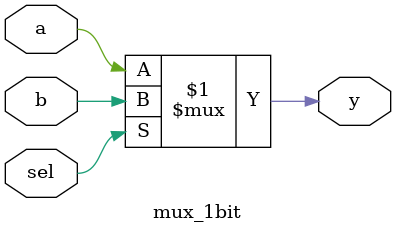
<source format=v>
module mux_1bit(
  input a,
  input b,
  input sel,
  output y
);
  
assign y= sel? b:a;
  
endmodule

</source>
